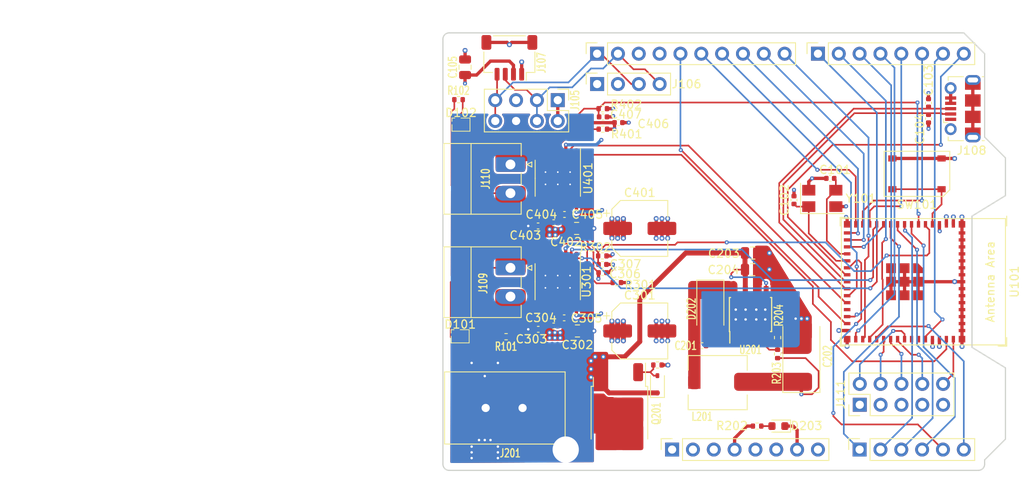
<source format=kicad_pcb>
(kicad_pcb (version 20221018) (generator pcbnew)
  (title_block (date "mar. 31 mars 2015"))
  (layers (0 "F.Cu" signal) (1 "In1.Cu" signal) (2 "In2.Cu" signal) (31 "B.Cu" signal) (34 "B.Paste" user) (35 "F.Paste" user) (36 "B.SilkS" user "B.Silkscreen") (37 "F.SilkS" user "F.Silkscreen") (38 "B.Mask" user) (39 "F.Mask" user) (44 "Edge.Cuts" user))
  (net 0 "")
  (net 1 "GND")
  (net 2 "/USB_D+")
  (net 3 "/USB_D-")
  (net 4 "Net-(U101-GPIO15{slash}ADC2_CH4{slash}XTAL_32K_P)")
  (net 5 "Vdrive")
  (net 6 "Net-(U101-GPIO16{slash}ADC2_CH5{slash}XTAL_32K_N)")
  (net 7 "/Output 1/VCP")
  (net 8 "/Output 1/CPL")
  (net 9 "/Output 1/CPH")
  (net 10 "/Out1-Vpropi")
  (net 11 "/Output 2/VCP")
  (net 12 "/Output 2/CPL")
  (net 13 "/Output 2/CPH")
  (net 14 "/Out2-Vpropi")
  (net 15 "Net-(D101-A1)")
  (net 16 "Net-(D102-A1)")
  (net 17 "Net-(D203-A)")
  (net 18 "/Power/gate")
  (net 20 "+3V3")
  (net 21 "/TMS")
  (net 23 "/scl")
  (net 24 "/sda")
  (net 25 "/def_direction_b")
  (net 26 "/def_direction_a")
  (net 27 "/def_pwm_b")
  (net 28 "/alt_direction_a")
  (net 29 "/def_brake_a")
  (net 30 "/def_brake_b")
  (net 31 "/def_sen_a")
  (net 32 "/def_sen_b")
  (net 33 "/alt_sen_a")
  (net 34 "/alt_sen_b")
  (net 35 "/def_fault_n_a")
  (net 36 "/def_fault_n_b")
  (net 37 "/alt_brake_a")
  (net 38 "/alt_brake_b")
  (net 39 "/alt_pwm_b")
  (net 40 "/alt_direction_b")
  (net 41 "/def_pwm_a")
  (net 42 "/alt_pwm_a")
  (net 43 "/alt_fault_n_b")
  (net 44 "/alt_fault_n_a")
  (net 45 "/Power/v_conn")
  (net 46 "/TCK")
  (net 47 "/TDO")
  (net 49 "/TDI")
  (net 50 "/~{SRST}")
  (net 56 "/Out1-Fault")
  (net 57 "/Out2-Fault")
  (net 58 "/BOOT_MODE")
  (net 59 "/Out1-IN1")
  (net 60 "/Out1-IN2")
  (net 61 "/Out2-IN2")
  (net 65 "/Out2-IN1")
  (net 68 "/trk1l")
  (net 69 "/trk2l")
  (net 70 "/trk1r")
  (net 71 "/trk2r")
  (net 72 "/Power/ph")
  (net 73 "/Power/boot")
  (net 74 "/Power/vsense")
  (footprint "Connector_PinSocket_2.54mm:PinSocket_1x08_P2.54mm_Vertical" (layer "F.Cu") (at 127.94 97.46 90)
    (fp_text reference "J101" hide)
    (fp_text value "Power")
  )
  (footprint "Connector_PinSocket_2.54mm:PinSocket_1x06_P2.54mm_Vertical" (layer "F.Cu") (at 150.8 97.46 90)
    (fp_text reference "J102" hide)
    (fp_text value "Analog")
  )
  (footprint "Connector_PinSocket_2.54mm:PinSocket_1x10_P2.54mm_Vertical" (layer "F.Cu") (at 118.796 49.2 90)
    (fp_text reference "J103" hide)
    (fp_text value "Digital/PWM")
  )
  (footprint "Connector_PinSocket_2.54mm:PinSocket_1x08_P2.54mm_Vertical" (layer "F.Cu") (at 145.72 49.2 90)
    (fp_text reference "J104" hide)
    (fp_text value "Digital/PWM")
  )
  (footprint "Connector_PinHeader_2.54mm:PinHeader_2x05_P2.54mm_Vertical" (layer "F.Cu") (at 150.82 92 90)
    (fp_text reference "J111")
    (fp_text value "JTAG")
  )
  (footprint "Resistor_SMD:R_0402_1005Metric" (layer "F.Cu") (at 119.5 58.4 180)
    (fp_text reference "R401")
    (fp_text value "47K")
  )
  (footprint "Capacitor_SMD:C_0805_2012Metric" (layer "F.Cu") (at 116.3 70.5)
    (fp_text reference "C402")
    (fp_text value "10uF")
  )
  (footprint "Capacitor_SMD:CP_Elec_6.3x7.7" (layer "F.Cu") (at 124 83)
    (fp_text reference "C301")
    (fp_text value "100uF")
  )
  (footprint "Capacitor_Tantalum_SMD:CP_EIA-7343-31_Kemet-D" (layer "F.Cu") (at 143.7 86.1 90)
    (fp_text reference "C202")
    (fp_text value "220uF")
  )
  (footprint "LED_SMD:LED_LiteOn_LTST-C295K_1.6x0.8mm" (layer "F.Cu") (at 102.1 83.65)
    (fp_text reference "D101")
    (fp_text value "18-225A")
  )
  (footprint "Capacitor_SMD:CP_Elec_6.3x7.7" (layer "F.Cu") (at 124 70.5)
    (fp_text reference "C401")
    (fp_text value "100uF")
  )
  (footprint "Capacitor_SMD:C_0402_1005Metric" (layer "F.Cu") (at 119.45 75.89)
    (fp_text reference "C306")
    (fp_text value "100nF")
  )
  (footprint "Resistor_SMD:R_0402_1005Metric" (layer "F.Cu") (at 140.8 85.8 -90)
    (fp_text reference "R203")
    (fp_text value "17K4")
  )
  (footprint "DCC-EX-Footprints:TS-1187A" (layer "F.Cu") (at 157.79 63.845 90)
    (fp_text reference "SW101")
    (fp_text value "FLASH")
  )
  (footprint "Resistor_SMD:R_0402_1005Metric" (layer "F.Cu") (at 126.16 87.15)
    (fp_text reference "R201" hide)
    (fp_text value "47K")
  )
  (footprint "Package_TO_SOT_SMD:TO-252-2" (layer "F.Cu") (at 121.52 93.065 -90)
    (fp_text reference "Q201")
    (fp_text value "AOD4185")
  )
  (footprint "DCC-EX-Footprints:DC-S050-200" (layer "F.Cu") (at 108.2 92.39 90)
    (fp_text reference "J201")
    (fp_text value "Barrel_Jack_MountingPin")
  )
  (footprint "Capacitor_SMD:C_0402_1005Metric" (layer "F.Cu") (at 113.5 69.8)
    (fp_text reference "C404")
    (fp_text value "100nF")
  )
  (footprint "Capacitor_SMD:C_0402_1005Metric" (layer "F.Cu") (at 147.22 64.4 180)
    (fp_text reference "C101")
    (fp_text value "20pF")
  )
  (footprint "Package_SO:TI_SO-PowerPAD-8_ThermalVias" (layer "F.Cu") (at 137.5 81 90)
    (fp_text reference "U201")
    (fp_text value "TPS5430DDA")
  )
  (footprint "Connector_PinSocket_2.54mm:PinSocket_1x04_P2.54mm_Vertical" (layer "F.Cu") (at 118.8 52.9 90)
    (fp_text reference "J106")
    (fp_text value "OLED")
  )
  (footprint "Resistor_SMD:R_0402_1005Metric" (layer "F.Cu") (at 119.49 55.9)
    (fp_text reference "R402")
    (fp_text value "1K24")
  )
  (footprint "PCM_Espressif:ESP32-S2-MINI-1" (layer "F.Cu") (at 156.28 77 -90)
    (fp_text reference "U101")
    (fp_text value "ESP32-S2-MINI-2")
  )
  (footprint "DCC-EX-Footprints:L_6.7x7.2_H5" (layer "F.Cu") (at 133.5 89.3)
    (fp_text reference "L201")
    (fp_text value "22uH")
  )
  (footprint "Capacitor_SMD:C_0805_2012Metric" (layer "F.Cu") (at 116.4 83)
    (fp_text reference "C302")
    (fp_text value "10uF")
  )
  (footprint "Resistor_SMD:R_0402_1005Metric" (layer "F.Cu") (at 140.8 83.81 -90)
    (fp_text reference "R204")
    (fp_text value "10K")
  )
  (footprint "Capacitor_SMD:C_0805_2012Metric" (layer "F.Cu") (at 102.7 50.85 90)
    (fp_text reference "C105")
    (fp_text value "22uF")
  )
  (footprint "Capacitor_SMD:C_0402_1005Metric" (layer "F.Cu") (at 159.2 55.2 90)
    (fp_text reference "C103")
    (fp_text value "20pF")
  )
  (footprint "Resistor_SMD:R_0402_1005Metric" (layer "F.Cu") (at 119.43 73.85)
    (fp_text reference "R302")
    (fp_text value "1K24")
  )
  (footprint "Crystal:Crystal_SMD_5032-4Pin_5.0x3.2mm" (layer "F.Cu") (at 146.25 66.84)
    (fp_text reference "Y101")
    (fp_text value "40Mhz")
  )
  (footprint "Capacitor_SMD:C_0805_2012Metric" (layer "F.Cu") (at 137.775 73.5)
    (fp_text reference "C203")
    (fp_text value "4.7uF")
  )
  (footprint "DCC-EX-Footprints:MountingHole_3.2mm" (layer "F.Cu") (at 115.24 49.2)
    (fp_text reference "MH1" hide)
    (fp_text value "MountingHole_3.2mm")
  )
  (footprint "Diode_SMD:D_SOD-323" (layer "F.Cu") (at 126.15 89.5 90)
    (fp_text reference "D201" hide)
    (fp_text value "10V" hide)
  )
  (footprint "Diode_SMD:D_SMA" (layer "F.Cu") (at 132.6 80.3 -90)
    (fp_text reference "D202")
    (fp_text value "B340A")
  )
  (footprint "Connector_Phoenix_MC:PhoenixContact_MC_1,5_2-G-3.5_1x02_P3.50mm_Horizontal" (layer "F.Cu") (at 108.2325 75.305 -90)
    (fp_text reference "J109")
    (fp_text value "MC 1,5/ 2-G-3,5")
  )
  (footprint "Capacitor_SMD:C_0402_1005Metric" (layer "F.Cu") (at 131.6 84.8 180)
    (fp_text reference "C201")
    (fp_text value "10nF")
  )
  (footprint "Capacitor_SMD:C_0805_2012Metric" (layer "F.Cu") (at 137.775 75.525)
    (fp_text reference "C204")
    (fp_text value "4.7uF")
  )
  (footprint "Capacitor_SMD:C_0402_1005Metric" (layer "F.Cu") (at 114.82 68.8 180)
    (fp_text reference "C405")
    (fp_text value "22nF")
  )
  (footprint "Resistor_SMD:R_0402_1005Metric" (layer "F.Cu") (at 121.2 77.1 180)
    (fp_text reference "R301")
    (fp_text value "47K")
  )
  (footprint "Connector_PinHeader_2.54mm:PinHeader_2x04_P2.54mm_Vertical" (layer "F.Cu") (at 114 54.86 -90)
    (fp_text reference "J105")
    (fp_text value "I2C")
  )
  (footprint "Connector_JST:JST_SH_SM04B-SRSS-TB_1x04-1MP_P1.00mm_Horizontal" (layer "F.Cu") (at 108.1 49.7 180)
    (fp_text reference "J107")
    (fp_text value "STEMMA QT")
  )
  (footprint "Connector_USB:USB_Micro-B_Molex-105017-0001" (layer "F.Cu") (at 163.3625 55.9 90)
    (fp_text reference "J108")
    (fp_text value "USB_B_Micro")
  )
  (footprint "Connector_Phoenix_MC:PhoenixContact_MC_1,5_2-G-3.5_1x02_P3.50mm_Horizontal" (layer "F.Cu") (at 108.2325 62.705 -90)
    (fp_text reference "J110")
    (fp_text value "MC 1,5/ 2-G-3,5")
  )
  (footprint "Capacitor_SMD:C_0402_1005Metric" (layer "F.Cu") (at 119.52 56.9)
    (fp_text reference "C407")
    (fp_text value "22nF")
  )
  (footprint "LED_SMD:LED_0603_1608Metric" (layer "F.Cu") (at 140.9 94.6 180)
    (fp_text reference "D203")
    (fp_text value "EMERALD")
  )
  (footprint "Capacitor_SMD:C_0402_1005Metric" (layer "F.Cu") (at 113.5 82.4)
    (fp_text reference "C304")
    (fp_text value "100nF")
  )
  (footprint "Package_SO:HTSSOP-16-1EP_4.4x5mm_P0.65mm_EP3.4x5mm_Mask2.46x2.31mm_ThermalVias" (layer "F.Cu") (at 113.995 76.9975 -90)
    (fp_text reference "U301")
    (fp_text value "DRV8874PWPR")
  )
  (footprint "Resistor_SMD:R_0402_1005Metric" (layer "F.Cu") (at 107.7 83.7)
    (fp_text reference "R101")
    (fp_text value "47K")
  )
  (footprint "Capacitor_SMD:C_0402_1005Metric" (layer "F.Cu") (at 142.8 67.04 90)
    (fp_text reference "C102")
    (fp_text value "20pF")
  )
  (footprint "Capacitor_SMD:C_0402_1005Metric" (layer "F.Cu") (at 121.4 57.6)
    (fp_text reference "C406")
    (fp_text value "100nF")
  )
  (footprint "LED_SMD:LED_LiteOn_LTST-C295K_1.6x0.8mm" (layer "F.Cu") (at 102.2 57.85)
    (fp_text reference "D102")
    (fp_text value "18-225A")
  )
  (footprint "Capacitor_SMD:C_0402_1005Metric" (layer "F.Cu") (at 114.78 81.4 180)
    (fp_text reference "C305")
    (fp_text value "22nF")
  )
  (footprint "DCC-EX-Footprints:MountingHole_3.2mm" (layer "F.Cu") (at 114.97 97.46)
    (fp_text reference "MH2" hide)
    (fp_text value "MountingHole_3.2mm")
  )
  (footprint "Resistor_SMD:R_0402_1005Metric" (layer "F.Cu") (at 101.9 54.8 180)
    (fp_text reference "R102")
    (fp_text value "47K")
  )
  (footprint "DCC-EX-Footprints:MountingHole_3.2mm" (layer "F.Cu") (at 166.04 64.44)
    (fp_text reference "MH3" hide)
    (fp_text value "MountingHole_3.2mm")
  )
  (footprint "DCC-EX-Footprints:MountingHole_3.2mm" (layer "F.Cu") (at 166.04 92.38)
    (fp_text reference "MH4" hide)
    (fp_text value "MountingHole_3.2mm")
  )
  (footprint "Resistor_SMD:R_0402_1005Metric" (layer "F.Cu") (at 138.3 94.6 180)
    (fp_text reference "R202")
    (fp_text value "47K")
  )
  (footprint "Package_SO:HTSSOP-16-1EP_4.4x5mm_P0.65mm_EP3.4x5mm_Mask2.46x2.31mm_ThermalVias" (layer "F.Cu") (at 114.005 64.3825 -90)
    (fp_text reference "U401")
    (fp_text value "DRV8874PWPR")
  )
  (footprint "Capacitor_SMD:C_0402_1005Metric" (layer "F.Cu") (at 111.62 82.8 180)
    (fp_text reference "C303")
    (fp_text value "100nF")
  )
  (footprint "Capacitor_SMD:C_0402_1005Metric" (layer "F.Cu") (at 111.6 70.2 180)
    (fp_text reference "C403")
    (fp_text value "100nF")
  )
  (footprint "Capacitor_SMD:C_0402_1005Metric" (layer "F.Cu") (at 159.2 57.12 -90)
    (fp_text reference "C104")
    (fp_text value "20pF")
  )
  (footprint "Capacitor_SMD:C_0402_1005Metric" (layer "F.Cu") (at 119.45 74.89)
    (fp_text reference "C307")
    (fp_text value "22nF")
  )
  (gr_line (start 166.04 59.36) (end 168.58 61.9) (stroke (width 0.15)) (layer "Edge.Cuts"))
  (gr_line (start 100 99.238) (end 100 47.422) (stroke (width 0.15)) (layer "Edge.Cuts"))
  (gr_line (start 164.5 69) (end 164.5 85) (stroke (width 0.15)) (layer "Edge.Cuts"))
  (gr_line (start 168.58 96.19) (end 168.58 87.5) (stroke (width 0.15)) (layer "Edge.Cuts"))
  (gr_line (start 165.278 100) (end 100.762 100) (stroke (width 0.15)) (layer "Edge.Cuts"))
  (gr_line (start 100.762 46.66) (end 163.5 46.66) (stroke (width 0.15)) (layer "Edge.Cuts"))
  (gr_line (start 164.5 69) (end 168.58 66.5) (stroke (width 0.15)) (layer "Edge.Cuts"))
  (gr_arc (start 100.762 100) (mid 100.223185 99.776815) (end 100 99.238) (stroke (width 0.15)) (layer "Edge.Cuts"))
  (gr_line (start 168.58 96.19) (end 166.04 98.73) (stroke (width 0.15)) (layer "Edge.Cuts"))
  (gr_line (start 168.58 61.9) (end 168.58 66.5) (stroke (width 0.15)) (layer "Edge.Cuts"))
  (gr_line (start 163.5 46.66) (end 166.04 49.2) (stroke (width 0.15)) (layer "Edge.Cuts"))
  (gr_arc (start 166.04 99.238) (mid 165.816815 99.776815) (end 165.278 100) (stroke (width 0.15)) (layer "Edge.Cuts"))
  (gr_line (start 164.5 85) (end 168.58 87.5) (stroke (width 0.15)) (layer "Edge.Cuts"))
  (gr_line (start 166.04 49.2) (end 166.04 59.36) (stroke (width 0.15)) (layer "Edge.Cuts"))
  (gr_line (start 166.04 98.73) (end 166.04 99.238) (stroke (width 0.15)) (layer "Edge.Cuts"))
  (gr_arc (start 100 47.422) (mid 100.223185 46.883185) (end 100.762 46.66) (stroke (width 0.15)) (layer "Edge.Cuts"))
  (segment (start 159.68 84) (end 159.68 84.88) (width 0.4) (layer "F.Cu") (net 1))
  (segment (start 161.9 55.25) (end 161.9 53.4) (width 0.4) (layer "F.Cu") (net 1))
  (segment (start 149.11 67.84) (end 149.15 67.8) (width 0.4) (layer "F.Cu") (net 1))
  (segment (start 119.93 74.89) (end 120.72 74.89) (width 0.4) (layer "F.Cu") (net 1))
  (segment (start 119.93 75.89) (end 120.22 75.89) (width 0.4) (layer "F.Cu") (net 1))
  (segment (start 162.37 61.97) (end 162.38 61.98) (width 0.4) (layer "F.Cu") (net 1))
  (segment (start 110.9 47.825) (end 108.375 47.825) (width 0.4) (layer "F.Cu") (net 1))
  (segment (start 147.9 67.84) (end 149.11 67.84) (width 0.4) (layer "F.Cu") (net 1))
  (segment (start 126.7 81.8) (end 126.7 84.2) (width 0.4) (layer "F.Cu") (net 1))
  (segment (start 148.28 82.95) (end 148.27 82.94) (width 0.4) (layer "F.Cu") (net 1))
  (segment (start 107.825 47.825) (end 108.1 48.1) (width 0.4) (layer "F.Cu") (net 1))
  (segment (start 120.72 74.89) (end 120.73 74.9) (width 0.4) (layer "F.Cu") (net 1))
  (segment (start 149.28 70) (end 149.28 69.23) (width 0.4) (layer "F.Cu") (net 1))
  (segment (start 126 81.8) (end 126 84.2) (width 0.4) (layer "F.Cu") (net 1))
  (segment (start 142.7 94.6) (end 143.18 95.08) (width 0.4) (layer "F.Cu") (net 1))
  (segment (start 160.79 61.97) (end 162.37 61.97) (width 0.4) (layer "F.Cu") (net 1))
  (segment (start 142.8 66.56) (end 142.8 65.8) (width 0.4) (layer "F.Cu") (net 1))
  (segment (start 156.28 75.35) (end 156.28 78.65) (width 0.4) (layer "F.Cu") (net 1))
  (segment (start 163.28 70) (end 163.28 84) (width 0.4) (layer "F.Cu") (net 1))
  (segment (start 145 64.4) (end 144.6 64.8) (width 0.4) (layer "F.Cu") (net 1))
  (segment (start 141.6875 94.6) (end 142.7 94.6) (width 0.4) (layer "F.Cu") (net 1))
  (segment (start 162.23 70) (end 162.23 69.1) (width 0.4) (layer "F.Cu") (net 1))
  (segment (start 160.53 84.88) (end 160.52 84.89) (width 0.4) (layer "F.Cu") (net 1))
  (segment (start 120 55.9) (end 120.75 55.9) (width 0.4) (layer "F.Cu") (net 1))
  (segment (start 126 69.3) (end 126 71.7) (width 0.4) (layer "F.Cu") (net 1))
  (segment (start 127.4 81.8) (end 127.4 84.2) (width 0.4) (layer "F.Cu") (net 1))
  (segment (start 154.63 75.35) (end 154.63 78.65) (width 0.4) (layer "F.Cu") (net 1))
  (segment (start 159.2 57.6) (end 159.2 58.35) (width 0.4) (layer "F.Cu") (net 1))
  (segment (start 109.6 51.7) (end 109.6 50.2) (width 0.4) (layer "F.Cu") (net 1))
  (segment (start 161.38 70) (end 161.38 69.09) (width 0.4) (layer "F.Cu") (net 1))
  (segment (start 146.74 64.4) (end 145 64.4) (width 0.4) (layer "F.Cu") (net 1))
  (segment (start 162.37 77) (end 162.38 76.99) (width 0.4) (layer "F.Cu") (net 1))
  (segment (start 102.7 49.9) (end 102.7 48.8) (width 0.4) (layer "F.Cu") (net 1))
  (segment (start 105.3 47.825) (end 107.825 47.825) (width 0.4) (layer "F.Cu") (net 1))
  (segment (start 120.487924 73.85) (end 120.687924 73.65) (width 0.4) (layer "F.Cu") (net 1))
  (segment (start 154.63 77) (end 157.93 77) (width 0.4) (layer "F.Cu") (net 1))
  (segment (start 119.94 73.85) (end 120.487924 73.85) (width 0.4) (layer "F.Cu") (net 1))
  (segment (start 149.28 82.95) (end 148.28 82.95) (width 0.4) (layer "F.Cu") (net 1))
  (segment (start 120.22 75.89) (end 120.76 75.35) (width 0.4) (layer "F.Cu") (net 1))
  (segment (start 164.6 52.4) (end 164.6 59.4) (width 0.4) (layer "F.Cu") (net 1))
  (segment (start 163.28 70) (end 163.28 69.11) (width 0.4) (layer "F.Cu") (net 1))
  (segment (start 121.88 57.6) (end 122.65 57.6) (width 0.4) (layer "F.Cu") (net 1))
  (segment (start 157.93 77) (end 162.37 77) (width 0.4) (layer "F.Cu") (net 1))
  (segment (start 157.93 75.35) (end 157.93 78.65) (width 0.4) (layer "F.Cu") (net 1))
  (segment (start 159.68 84.88) (end 159.7 84.9) (width 0.4) (layer "F.Cu") (net 1))
  (segment (start 162.39 77) (end 162.38 76.99) (width 0.4) (layer "F.Cu") (net 1))
  (segment (start 126.67 87.15) (end 127.42 87.15) (width 0.4) (layer "F.Cu") (net 1))
  (segment (start 149.28 84) (end 149.28 84.87) (width 0.4) (layer "F.Cu") (net 1))
  (segment (start 149.28 84.87) (end 149.27 84.88) (width 0.4) (layer "F.Cu") (net 1))
  (segment (start 143.18 95.08) (end 143.18 97.46) (width 0.4) (layer "F.Cu") (net 1))
  (segment (start 144.6 64.8) (end 144.6 65.84) (width 0.4) (layer "F.Cu") (net 1))
  (segment (start 108.375 47.825) (end 108.1 48.1) (width 0.4) (layer "F.Cu") (net 1))
  (segment (start 163.28 77) (end 162.39 77) (width 0.4) (layer "F.Cu") (net 1))
  (segment (start 163.28 84.89) (end 163.29 84.9) (width 0.4) (layer "F.Cu") (net 1))
  (segment (start 126.7 69.3) (end 126.7 71.7) (width 0.4) (layer "F.Cu") (net 1))
  (segment (start 163.28 84) (end 163.28 84.89) (width 0.4) (layer "F.Cu") (net 1))
  (segment (start 127.4 69.3) (end 127.4 71.7) (width 0.4) (layer "F.Cu") (net 1))
  (segment (start 163.28 69.11) (end 163.27 69.1) (width 0.4) (layer "F.Cu") (net 1))
  (segment (start 161.38 69.09) (end 161.37 69.08) (width 0.4) (layer "F.Cu") (net 1))
  (segment (start 159.2 54.72) (end 159.2 54) (width 0.4) (layer "F.Cu") (net 1))
  (segment (start 127.42 87.15) (end 127.43 87.16) (width 0.4) (layer "F.Cu") (net 1))
  (segment (start 154.79 61.97) (end 160.79 61.97) (width 0.4) (layer "F.Cu") (net 1))
  (segment (start 160.53 84) (end 160.53 84.88) (width 0.4) (layer "F.Cu") (net 1))
  (segment (start 120 56.9) (end 120.65 56.9) (width 0.4) (layer "F.Cu") (net 1))
  (segment (start 149.28 69.23) (end 149.15 69.1) (width 0.4) (layer "F.Cu") (net 1))
  (segment (start 120.65 56.9) (end 120.75 56.8) (width 0.4) (layer "F.Cu") (net 1))
  (via (at 162.38 76.99) (size 0.6) (drill 0.3) (layers "F.Cu" "B.Cu") (net 1))
  (via (at 145 64.4) (size 0.5) (drill 0.2) (layers "F.Cu" "B.Cu") (net 1))
  (via (at 127.4 69.3) (size 0.6) (drill 0.3) (layers "F.Cu" "B.Cu") (net 1))
  (via (at 126 69.3) (size 0.6) (drill 0.3) (layers "F.Cu" "B.Cu") (net 1))
  (via (at 126.7 71.7) (size 0.6) (drill 0.3) (layers "F.Cu" "B.Cu") (net 1))
  (via (at 143 81.5) (size 0.6) (drill 0.3) (layers "F.Cu" "B.Cu") (net 1))
  (via (at 102.7 48.8) (size 0.6) (drill 0.3) (layers "F.Cu" "B.Cu") (net 1))
  (via (at 108.1 48.1) (size 0.6) (drill 0.3) (layers "F.Cu" "B.Cu") (net 1))
  (via (at 127.4 71.7) (size 0.6) (drill 0.3) (layers "F.Cu" "B.Cu") (net 1))
  (via (at 148.27 82.94) (size 0.6) (drill 0.3) (layers "F.Cu" "B.Cu") (net 1))
  (via (at 142.8 65.8) (size 0.5) (drill 0.2) (layers "F.Cu" "B.Cu") (net 1))
  (via (at 126 81.8) (size 0.6) (drill 0.3) (layers "F.Cu" "B.Cu") (net 1))
  (via (at 103.5 97.1) (size 0.6) (drill 0.3) (layers "F.Cu" "B.Cu") (net 1))
  (via (at 127.4 84.2) (size 0.6) (drill 0.3) (layers "F.Cu" "B.Cu") (net 1))
  (via (at 120.73 74.9) (size 0.5) (drill 0.2) (layers "F.Cu" "B.Cu") (net 1))
  (via (at 103.5 98.5) (size 0.6) (drill 0.3) (layers "F.Cu" "B.Cu") (net 1))
  (via (at 139.8 73.5) (size 0.6) (drill 0.3) (layers "F.Cu" "B.Cu") (net 1))
  (via (at 105.1 88.5) (size 0.6) (drill 0.3) (layers "F.Cu" "B.Cu") (net 1))
  (via (at 126 84.2) (size 0.6) (drill 0.3) (layers "F.Cu" "B.Cu") (net 1))
  (via (at 105.1 96.3) (size 0.6) (drill 0.3) (layers "F.Cu" "B.Cu") (net 1))
  (via (at 120.687924 73.65) (size 0.5) (drill 0.2) (layers "F.Cu" "B.Cu") (net 1))
  (via (at 149.15 69.1) (size 0.5) (drill 0.2) (layers "F.Cu" "B.Cu") (net 1))
  (via (at 103.5 97.8) (size 0.6) (drill 0.3) (layers "F.Cu" "B.Cu") (net 1))
  (via (at 106.7 97.8) (size 0.6) (drill 0.3) (layers "F.Cu" "B.Cu") (net 1))
  (via (at 163.27 69.1) (size 0.6) (drill 0.3) (layers "F.Cu" "B.Cu") (net 1))
  (via (at 104.4 96.3) (size 0.6) (drill 0.3) (layers "F.Cu" "B.Cu") (net 1))
  (via (at 106.7 97.1) (size 0.6) (drill 0.3) (layers "F.Cu" "B.Cu") (net 1))
  (via (at 143.7 81.5) (size 0.6) (drill 0.3) (layers "F.Cu" "B.Cu") (net 1))
  (via (at 149.15 67.8) (size 0.5) (drill 0.2) (layers "F.Cu" "B.Cu") (net 1))
  (via (at 162.38 61.98) (size 0.6) (drill 0.3) (layers "F.Cu" "B.Cu") (net 1))
  (via (at 163.29 84.9) (size 0.6) (drill 0.3) (layers "F.Cu" "B.Cu") (net 1))
  (via (at 159.7 84.9) (size 0.6) (drill 0.3) (layers "F.Cu" "B.Cu") (net 1))
  (via (at 126 71.7) (size 0.6) (drill 0.3) (layers "F.Cu" "B.Cu") (net 1))
  (via (at 120.75 56.8) (size 0.5) (drill 0.2) (layers "F.Cu" "B.Cu") (net 1))
  (via (at 103.5 86.9) (size 0.6) (drill 0.3) (layers "F.Cu" "B.Cu") (net 1))
  (via (at 120.76 75.35) (size 0.5) (drill 0.2) (layers "F.Cu" "B.Cu") (net 1))
  (via (at 110.4 70.2) (size 0.6) (drill 0.3) (layers "F.Cu" "B.Cu") (net 1))
  (via (at 126.7 69.3) (size 0.6) (drill 0.3) (layers "F.Cu" "B.Cu") (net 1))
  (via (at 105.8 96.3) (size 0.6) (drill 0.3) (layers "F.Cu" "B.Cu") (net 1))
  (via (at 161.37 69.08) (size 0.6) (drill 0.3) (layers "F.Cu" "B.Cu") (net 1))
  (via (at 122.65 57.6) (size 0.5) (drill 0.2) (layers "F.Cu" "B.Cu") (net 1))
  (via (at 127.43 87.16) (size 0.6) (drill 0.3) (layers "F.Cu" "B.Cu") (net 1))
  (via (at 120.75 55.9) (size 0.5) (drill 0.2) (layers "F.Cu" "B.Cu") (net 1))
  (via (at 139.8 75.5) (size 0.6) (drill 0.3) (layers "F.Cu" "B.Cu") (net 1))
  (via (at 126.7 81.8) (size 0.6) (drill 0.3) (layers "F.Cu" "B.Cu") (net 1))
  (via (at 159.2 54) (size 0.5) (drill 0.2) (layers "F.Cu" "B.Cu") (net 1))
  (via (at 118.4 70.5) (size 0.6) (drill 0.3) (layers "F.Cu" "B.Cu") (net 1))
  (via (at 127.4 81.8) (size 0.6) (drill 0.3) (layers "F.Cu" "B.Cu") (net 1))
  (via (at 126.7 84.2) (size 0.6) (drill 0.3) (layers "F.Cu" "B.Cu") (net 1))
  (via (at 149.27 84.88) (size 0.6) (drill 0.3) (layers "F.Cu" "B.Cu") (net 1))
  (via (at 106.7 98.5) (size 0.6) (drill 0.3) (layers "F.Cu" "B.Cu") (net 1))
  (via (at 118.4 83) (size 0.6) (drill 0.3) (layers "F.Cu" "B.Cu") (net 1))
  (via (at 110.4 82.8) (size 0.6) (drill 0.3) (layers "F.Cu" "B.Cu") (net 1))
  (via (at 162.23 69.1) (size 0.6) (drill 0.3) (layers "F.Cu" "B.Cu") (net 1))
  (via (at 144.4 81.5) (size 0.6) (drill 0.3) (layers "F.Cu" "B.Cu") (net 1))
  (via (at 160.52 84.89) (size 0.6) (drill 0.3) (layers "F.Cu" "B.Cu") (net 1))
  (via (at 106.7 86.9) (size 0.6) (drill 0.3) (layers "F.Cu" "B.Cu") (net 1))
  (via (at 109.6 50.2) (size 0.6) (drill 0.3) (layers "F.Cu" "B.Cu") (net 1))
  (via (at 159.2 58.35) (size 0.5) (drill 0.2) (layers "F.Cu" "B.Cu") (net 1))
  (segment (start 141 69.77) (end 149.08 77.85) (width 0.2) (layer "F.Cu") (net 2))
  (segment (start 149.08 77.85) (end 149.28 77.85) (width 0.2) (layer "F.Cu") (net 2))
  (segment (start 161.9 55.9) (end 150.0818 55.9) (width 0.2) (layer "F.Cu") (net 2))
  (segment (start 150.0818 55.9) (end 141 64.9818) (width 0.2) (layer "F.Cu") (net 2))
  (segment (start 141 64.9818) (end 141 69.77) (width 0.2) (layer "F.Cu") (net 2))
  (segment (start 141.5 69.42) (end 149.08 77) (width 0.2) (layer "F.Cu") (net 3))
  (segment (start 160.887499 56.55) (end 160.787499 56.45) (width 0.2) (layer "F.Cu") (net 3))
  (segment (start 150.1682 56.45) (end 141.5 65.1182) (width 0.2) (layer "F.Cu") (net 3))
  (segment (start 141.5 65.1182) (end 141.5 69.42) (width 0.2) (layer "F.Cu") (net 3))
  (segment (start 149.08 77) (end 149.28 77) (width 0.2) (layer "F.Cu") (net 3))
  (segment (start 160.787499 56.45) (end 150.1682 56.45) (width 0.2) (layer "F.Cu") (net 3))
  (segment (start 161.9 56.55) (end 160.887499 56.55) (width 0.2) (layer "F.Cu") (net 3))
  (segment (start 146.8 72) (end 148.4 73.6) (width 0.2) (layer "F.Cu") (net 4))
  (segment (start 146.8 66.94) (end 146.8 72) (width 0.2) (layer "F.Cu") (net 4))
  (segment (start 147.9 65.84) (end 146.8 66.94) (width 0.2) (layer "F.Cu") (net 4))
  (segment (start 147.9 65.84) (end 147.9 64.6) (width 0.2) (layer "F.Cu") (net 4))
  (segment (start 148.4 73.6) (end 149.28 73.6) (width 0.2) (layer "F.Cu") (net 4))
  (segment (start 147.9 64.6) (end 147.7 64.4) (width 0.2) (layer "F.Cu") (net 4))
  (segment (start 122 81.8) (end 122 84.2) (width 0.6) (layer "F.Cu") (net 5))
  (segment (start 120.25 90.55) (end 126.15 90.55) (width 0.6) (layer "F.Cu") (net 5))
  (segment (start 135.15 76) (end 135.625 75.525) (width 0.2) (layer "F.Cu") (net 5))
  (segment (start 113.025 82.255) (end 113.05 82.28) (width 0.6) (layer "F.Cu") (net 5))
  (segment (start 120.6 71.681077) (end 120.605046 71.686123) (width 0.6) (layer "F.Cu") (net 5))
  (segment (start 120.6 81.8) (end 120.6 84.2) (width 0.6) (layer "F.Cu") (net 5))
  (segment (start 135.15 76.45) (end 135.15 76) (width 0.2) (layer "F.Cu") (net 5))
  (segment (start 121.3 69.3) (end 121.3 71.7) (width 0.6) (layer "F.Cu") (net 5))
  (segment (start 139.405 78.3) (end 139.405 77.155004) (width 0.2) (layer "F.Cu") (net 5))
  (segment (start 113.025 79.8625) (end 113.025 82.255) (width 0.4) (layer "F.Cu") (net 5))
  (segment (start 136.865 78.3) (end 136.865 76.04) (width 0.6) (layer "F.Cu") (net 5))
  (segment (start 113.025 69.655) (end 113.05 69.68) (width 0.6) (layer "F.Cu") (net 5))
  (segment (start 136.865 76.04) (end 136.825 76) (width 0.6) (layer "F.Cu") (net 5))
  (segment (start 119.245 89.545) (end 120.25 90.55) (width 0.6) (layer "F.Cu") (net 5))
  (segment (start 136.825 76) (end 136.825 73.5) (width 0.6) (layer "F.Cu") (net 5))
  (segment (start 136.825 73.5) (end 129.6 73.5) (width 0.6) (layer "F.Cu") (net 5))
  (segment (start 121.3 81.8) (end 121.3 84.2) (width 0.6) (layer "F.Cu") (net 5))
  (segment (start 122 69.3) (end 122 71.7) (width 0.6) (layer "F.Cu") (net 5))
  (segment (start 113.025 67.2625) (end 113.025 69.655) (width 0.4) (layer "F.Cu") (net 5))
  (segment (start 135.625 75.525) (end 136.825 75.525) (width 0.2) (layer "F.Cu") (net 5))
  (segment (start 124 84.3) (end 122.15 86.15) (width 0.6) (layer "F.Cu") (net 5))
  (segment (start 120.6 69.3) (end 120.6 71.681077) (width 0.6) (layer "F.Cu") (net 5))
  (segment (start 119.245 88.025) (end 119.245 89.545) (width 0.6) (layer "F.Cu") (net 5))
  (segment (start 139.405 77.155004) (end 139.399998 77.150002) (width 0.2) (layer "F.Cu") (net 5))
  (segment (start 122.15 86.15) (end 119.55 86.15) (width 0.6) (layer "F.Cu") (net 5))
  (segment (start 124 79.1) (end 124 84.3) (width 0.6) (layer "F.Cu") (net 5))
  (segment (start 129.6 73.5) (end 124 79.1) (width 0.6) (layer "F.Cu") (net 5))
  (via (at 122 69.3) (size 0.6) (drill 0.3) (layers "F.Cu" "B.Cu") (net 5))
  (via (at 118.05 87.65) (size 0.6) (drill 0.3) (layers "F.Cu" "B.Cu") (net 5))
  (via (at 122 71.7) (size 0.6) (drill 0.3) (layers "F.Cu" "B.Cu") (net 5))
  (via (at 118.55 86.15) (size 0.6) (drill 0.3) (layers "F.Cu" "B.Cu") (net 5))
  (via (at 114.3 83.85) (size 0.6) (drill 0.3) (layers "F.Cu" "B.Cu") (net 5))
  (via (at 114.4 70.6) (size 0.6) (drill 0.3) (layers "F.Cu" "B.Cu") (net 5))
  (via (at 113 70.6) (size 0.6) (drill 0.3) (layers "F.Cu" "B.Cu") (net 5))
  (via (at 113 83.85) (size 0.6) (drill 0.3) (layers "F.Cu" "B.Cu") (net 5))
  (via (at 121.3 81.8) (size 0.6) (drill 0.3) (layers "F.Cu" "B.Cu") (net 5))
  (via (at 121.3 71.7) (size 0.6) (drill 0.3) (layers "F.Cu" "B.Cu") (net 5))
  (via (at 113.7 71.3) (size 0.6) (drill 0.3) (layers "F.Cu" "B.Cu") (net 5))
  (via (at 120.6 84.2) (size 0.6) (drill 0.3) (layers "F.Cu" "B.Cu") (net 5))
  (via (at 114.3 83.2) (size 0.6) (drill 0.3) (layers "F.Cu" "B.Cu") (net 5))
  (via (at 122 84.2) (size 0.6) (drill 0.3) (layers "F.Cu" "B.Cu") (net 5))
  (via (at 118.05 88.65) (size 0.6) (drill 0.3) (layers "F.Cu" "B.Cu") (net 5))
  (via (at 113 83.2) (size 0.6) (drill 0.3) (layers "F.Cu" "B.Cu") (net 5))
  (via (at 113.65 83.85) (size 0.6) (drill 0.3) (layers "F.Cu" "B.Cu") (net 5))
  (via (at 113.7 70.6) (size 0.6) (drill 0.3) (layers "F.Cu" "B.Cu") (net 5))
  (via (at 120.605046 71.686123) (size 0.6) (drill 0.3) (layers "F.Cu" "B.Cu") (net 5))
  (via (at 139.399998 77.150002) (size 0.5) (drill 0.2) (layers "F.Cu" "B.Cu") (net 5))
  (via (at 121.3 69.3) (size 0.6) (drill 0.3) (layers "F.Cu" "B.Cu") (net 5))
  (via (at 120.6 69.3) (size 0.6) (drill 0.3) (layers "F.Cu" "B.Cu") (net 5))
  (via (at 120.6 81.8) (size 0.6) (drill 0.3) (layers "F.Cu" "B.Cu") (net 5))
  (via (at 121.3 84.2) (size 0.6) (drill 0.3) (layers "F.Cu" "B.Cu") (net 5))
  (via (at 118.05 86.65) (size 0.6) (drill 0.3) (layers "F.Cu" "B.Cu") (net 5))
  (via (at 122 81.8) (size 0.6) (drill 0.3) (layers "F.Cu" "B.Cu") (net 5))
  (via (at 119.55 86.15) (size 0.6) (drill 0.3) (layers "F.Cu" "B.Cu") (net 5))
  (via (at 113 71.3) (size 0.6) (drill 0.3) (layers "F.Cu" "B.Cu") (net 5))
  (via (at 113.65 83.2) (size 0.6) (drill 0.3) (layers "F.Cu" "B.Cu") (net 5))
  (via (at 135.15 76.45) (size 0.5) (drill 0.2) (layers "F.Cu" "B.Cu") (net 5))
  (segment (start 138.699996 76.45) (end 135.15 76.45) (width 0.2) (layer "B.Cu") (net 5))
  (segment (start 139.399998 77.150002) (end 138.699996 76.45) (width 0.2) (layer "B.Cu") (net 5))
  (segment (start 144.6 67.84) (end 144.6 71.104314) (width 0.2) (layer "F.Cu") (net 6))
  (segment (start 144.6 67.84) (end 143.12 67.84) (width 0.2) (layer "F.Cu") (net 6))
  (segment (start 144.6 71.104314) (end 147.945686 74.45) (width 0.2) (layer "F.Cu") (net 6))
  (segment (start 143.12 67.84) (end 142.8 67.52) (width 0.2) (layer "F.Cu") (net 6))
  (segment (start 147.945686 74.45) (end 149.28 74.45) (width 0.2) (layer "F.Cu") (net 6))
  (segment (start 114.01 82.28) (end 113.675 81.645) (width 0.2) (layer "F.Cu") (net 7))
  (segment (start 113.675 79.8625) (end 113.675 81.645) (width 0.2) (layer "F.Cu") (net 7))
  (segment (start 115.29 81.024878) (end 115.29 81.36) (width 0.2) (layer "F.Cu") (net 8))
  (segment (start 114.975 79.8625) (end 114.975 80.709878) (width 0.2) (layer "F.Cu") (net 8))
  (segment (start 114.975 80.709878) (end 115.29 81.024878) (width 0.2) (layer "F.Cu") (net 8))
  (segment (start 114.325 81.285) (end 114.4 81.36) (width 0.2) (layer "F.Cu") (net 9))
  (segment (start 114.325 79.8625) (end 114.325 81.285) (width 0.2) (layer "F.Cu") (net 9))
  (segment (start 158.83 70.2) (end 159.3 70.67) (width 0.2) (layer "F.Cu") (net 10))
  (segment (start 117.081372 71.55) (end 118.92 73.388628) (width 0.2) (layer "F.Cu") (net 10))
  (segment (start 159 73.8) (end 154.100002 73.8) (width 0.2) (layer "F.Cu") (net 10))
  (segment (start 158.83 70) (end 158.83 70.2) (width 0.2) (layer "F.Cu") (net 10))
  (segment (start 114.440812 71.55) (end 117.081372 71.55) (width 0.2) (layer "F.Cu") (net 10))
  (segment (start 159.3 73.5) (end 159 73.8) (width 0.2) (layer "F.Cu") (net 10))
  (segment (start 119.822894 72.5) (end 118.92 73.402894) (width 0.2) (layer "F.Cu") (net 10))
  (segment (start 159.3 70.67) (end 159.3 73.5) (width 0.2) (layer "F.Cu") (net 10))
  (segment (start 128.6 72.2) (end 128.3 72.5) (width 0.2) (layer "F.Cu") (net 10))
  (segment (start 134.6 72.2) (end 128.6 72.2) (width 0.2) (layer "F.Cu") (net 10))
  (segment (start 128.3 72.5) (end 119.822894 72.5) (width 0.2) (layer "F.Cu") (net 10))
  (segment (start 118.92 73.388628) (end 118.92 73.402894) (width 0.2) (layer "F.Cu") (net 10))
  (segment (start 118.92 73.402894) (end 118.92 73.85) (width 0.2) (layer "F.Cu") (net 10))
  (segment (start 113.02 74.135) (end 113.02 72.970812) (width 0.2) (layer "F.Cu") (net 10))
  (segment (start 118.92 74.84) (end 118.97 74.89) (width 0.2) (layer "F.Cu") (net 10))
  (segment (start 118.92 73.85) (end 118.92 74.84) (width 0.2) (layer "F.Cu") (net 10))
  (segment (start 113.02 72.970812) (end 114.440812 71.55) (width 0.2) (layer "F.Cu") (net 10))
  (via (at 134.6 72.2) (size 0.5) (drill 0.2) (layers "F.Cu" "B.Cu") (net 10))
  (via (at 154.100002 73.8) (size 0.5) (drill 0.2) (layers "F.Cu" "B.Cu") (net 10))
  (segment (start 146.637954 72.2) (end 150.137954 75.7) (width 0.2) (layer "B.Cu") (net 10))
  (segment (start 134.6 72.2) (end 146.637954 72.2) (width 0.2) (layer "B.Cu") (net 10))
  (segment (start 152.200002 75.7) (end 154.100002 73.8) (width 0.2) (layer "B.Cu") (net 10))
  (segment (start 150.137954 75.7) (end 152.200002 75.7) (width 0.2) (layer "B.Cu") (net 10))
  (segment (start 114.01 69.68) (end 113.675 68.985) (width 0.2) (layer "F.Cu") (net 11))
  (segment (start 113.675 67.2625) (end 113.675 68.985) (width 0.2) (layer "F.Cu") (net 11))
  (segment (start 114.975 67.2625) (end 114.975 68.109878) (width 0.2) (layer "F.Cu") (net 12))
  (segment (start 115.36 68.494878) (end 115.36 68.76) (width 0.2) (layer "F.Cu") (net 12))
  (segment (start 114.975 68.109878) (end 115.36 68.494878) (width 0.2) (layer "F.Cu") (net 12))
  (segment (start 114.325 67.2625) (end 114.325 68.685) (width 0.2) (layer "F.Cu") (net 13))
  (segment (start 114.325 68.685) (end 114.4 68.76) (width 0.2) (layer "F.Cu") (net 13))
  (segment (start 118.98 55.9) (end 119.73 55.15) (width 0.2) (layer "F.Cu") (net 14))
  (segment (start 113.03 60.07797) (end 117.20797 55.9) (width 0.2) (layer "F.Cu") (net 14))
  (segment (start 117.20797 55.9) (end 118.98 55.9) (width 0.2) (layer "F.Cu") (net 14))
  (segment (start 118.98 56.84) (end 119.04 56.9) (width 0.2) (layer "F.Cu") (net 14))
  (segment (start 113.03 61.52) (end 113.03 60.07797) (width 0.2) (layer "F.Cu") (net 14))
  (segment (start 119.73 55.15) (end 157.85 55.15) (width 0.2) (layer "F.Cu") (net 14))
  (segment (start 118.98 55.9) (end 118.98 56.84) (width 0.2) (layer "F.Cu") (net 14))
  (segment (start 157.99 68.72) (end 157.99 69.99) (width 0.2) (layer "F.Cu") (net 14))
  (segment (start 157.99 69.99) (end 157.98 70) (width 0.2) (layer "F.Cu") (net 14))
  (via (at 157.85 55.15) (size 0.5) (drill 0.2) (layers "F.Cu" "B.Cu") (net 14))
  (via (at 157.99 68.72) (size 0.5) (drill 0.2) (layers "F.Cu" "B.Cu") (net 14))
  (segment (start 157.85 68.58) (end 157.85 55.15) (width 0.2) (layer "B.Cu") (net 14))
  (segment (start 157.99 68.72) (end 157.85 68.58) (width 0.2) (layer "B.Cu") (net 14))
  (segment (start 104.2 83.7) (end 107.19 83.7) (width 0.2) (layer "F.Cu") (net 15))
  (segment (start 101.5 83.3) (end 102 82.8) (width 0.2) (layer "F.Cu") (net 15))
  (segment (start 103.9 84) (end 104.2 83.7) (width 0.2) (layer "F.Cu") (net 15))
  (segment (start 103.3 82.8) (end 104.2 83.7) (width 0.2) (layer "F.Cu") (net 15))
  (segment (start 102.7 84) (end 103.9 84) (width 0.2) (layer "F.Cu") (net 15))
  (segment (start 102 82.8) (end 103.3 82.8) (width 0.2) (layer "F.Cu") (net 15))
  (segment (start 102.35 58.2) (end 102.8 58.2) (width 0.2) (layer "F.Cu") (net 16))
  (segment (start 101.6 57.1) (end 102.41 56.29) (width 0.2) (layer "F.Cu") (net 16))
  (segment (start 102 57.5) (end 102.2 57.7) (width 0.2) (layer "F.Cu") (net 16))
  (segment (start 102.2 58.05) (end 102.35 58.2) (width 0.2) (layer "F.Cu") (net 16))
  (segment (start 102.2 57.7) (end 102.2 58.05) (width 0.2) (layer "F.Cu") (net 16))
  (segment (start 101.6 57.5) (end 102 57.5) (width 0.2) (layer "F.Cu") (net 16))
  (segment (start 102.41 56.29) (end 102.41 54.8) (width 0.2) (layer "F.Cu") (net 16))
  (segment (start 101.6 57.5) (end 101.6 57.1) (width 0.2) (layer "F.Cu") (net 16))
  (segment (start 138.81 94.6) (end 140.1125 94.6) (width 0.2) (layer "F.Cu") (net 17))
  (segment (start 125.65 87.65) (end 125.275 88.025) (width 0.2) (layer "F.Cu") (net 18))
  (segment (start 125.7 88.45) (end 126.15 88.45) (width 0.2) (layer "F.Cu") (net 18))
  (segment (start 125.275 88.025) (end 125.7 88.45) (width 0.2) (layer "F.Cu") (net 18))
  (segment (start 125.65 87.15) (end 125.65 87.65) (width 0.2) (layer "F.Cu") (net 18))
  (segment (start 125.275 88.025) (end 123.805 88.025) (width 0.2) (layer "F.Cu") (net 18))
  (segment (start 160.53 70) (end 160.53 70.804246) (width 0.4) (layer "F.Cu") (net 20))
  (segment (start 113.68 61.52) (end 113.68 60.135076) (width 0.4) (layer "F.Cu") (net 20))
  (segment (start 114.97 72.97) (end 114.95 72.95) (width 0.4) (layer "F.Cu") (net 20))
  (segment (start 104.1 51.8) (end 105.8 50.1) (width 0.4) (layer "F.Cu") (net 20))
  (segment (start 108.1 50.1) (end 108.6 50.6) (width 0.4) (layer "F.Cu") (net 20))
  (segment (start 118.35 75.27) (end 118.97 75.89) (width 0.2) (layer "F.Cu") (net 20))
  (segment (start 118.35 73.384314) (end 118.35 75.27) (width 0.2) (layer "F.Cu") (net 20))
  (segment (start 143.7 89.2125) (end 143.7 90.72) (width 0.4) (layer "F.Cu") (net 20))
  (segment (start 160.53 70.804246) (end 160.565754 70.84) (width 0.4) (layer "F.Cu") (net 20))
  (segment (start 113.67 72.886497) (end 114.606497 71.95) (width 0.2) (layer "F.Cu") (net 20))
  (segment (start 102.7 52.8) (end 102.69 52.83) (width 0.4) (layer "F.Cu") (net 20))
  (segment (start 102.7 51.8) (end 104.1 51.8) (width 0.4) (layer "F.Cu") (net 20))
  (segment (start 121.71 77.1) (end 122.6 77.1) (width 0.4) (layer "F.Cu") (net 20))
  (segment (start 120.01 58.4) (end 120.9 58.4) (width 0.4) (layer "F.Cu") (net 20))
  (segment (start 135.56 97.46) (end 135.56 96.09) (width 0.4) (layer "F.Cu") (net 20))
  (segment (start 116.27 79.86) (end 116.27 81.1) (width 0.4) (layer "F.Cu") (net 20))
  (segment (start 120.92 58.38) (end 120.9 58.4) (width 0.4) (layer "F.Cu") (net 20))
  (segment (start 113.675 57.725) (end 114 57.4) (width 0.4) (layer "F.Cu") (net 20))
  (segment (start 114 54.86) (end 114 57.4) (width 0.4) (layer "F.Cu") (net 20))
  (segment (start 114.98 61.52) (end 114.98 60.32) (width 0.4) (layer "F.Cu") (net 20))
  (segment (start 113.67 74.135) (end 113.67 72.886497) (width 0.2) (layer "F.Cu") (net 20))
  (segment (start 105.8 50.1) (end 108.1 50.1) (width 0.4) (layer "F.Cu") (net 20))
  (segment (start 144.21 86.31) (end 145.8 87.9) (width 0.2) (layer "F.Cu") (net 20))
  (segment (start 137.05 94.6) (end 137.79 94.6) (width 0.4) (layer "F.Cu") (net 20))
  (segment (start 116.28 67.245) (end 116.28 68.48) (width 0.4) (layer "F.Cu") (net 20))
  (segment (start 114.97 74.135) (end 114.97 72.97) (width 0.4) (layer "F.Cu") (net 20))
  (segment (start 118.97 75.89) (end 118.97 76.63) (width 0.4) (layer "F.Cu") (net 20))
  (segment (start 102.69 52.83) (end 102.7 51.8) (width 0.4) (layer "F.Cu") (net 20))
  (segment (start 116.915686 71.95) (end 118.35 73.384314) (width 0.2) (layer "F.Cu") (net 20))
  (segment (start 135.56 96.09) (end 137.05 94.6) (width 0.4) (layer "F.Cu") (net 20))
  (segment (start 114.98 60.32) (end 115 60.3) (width 0.4) (layer "F.Cu") (net 20))
  (segment (start 116.205076 57.61) (end 120.91 57.61) (width 0.4) (layer "F.Cu") (net 20))
  (segment (start 108.6 50.6) (end 108.6 51.7) (width 0.4) (layer "F.Cu") (net 20))
  (segment (start 118.97 76.63) (end 118.95 76.65) (width 0.4) (layer "F.Cu") (net 20))
  (segment (start 114.606497 71.95) (end 116.915686 71.95) (width 0.2) (layer "F.Cu") (net 20))
  (segment (start 140.8 86.31) (end 144.21 86.31) (width 0.2) (layer "F.Cu") (net 20))
  (segment (start 145.8 87.9) (end 145.8 89.91) (width 0.2) (layer "F.Cu") (net 20))
  (segment (start 120.91 57.61) (end 120.92 57.6) (width 0.4) (layer "F.Cu") (net 20))
  (segment (start 113.68 60.135076) (end 116.205076 57.61) (width 0.4) (layer "F.Cu") (net 20))
  (segment (start 144.99 90.72) (end 143.7 90.72) (width 0.2) (layer "F.Cu") (net 20))
  (segment (start 145.8 89.91) (end 144.99 90.72) (width 0.2) (layer "F.Cu") (net 20))
  (segment (start 120.92 57.6) (end 120.92 58.38) (width 0.4) (layer "F.Cu") (net 20))
  (via (at 119.4 68.26) (size 0.5) (drill 0.2) (layers "F.Cu" "B.Cu") (net 20))
  (via (at 114.95 72.95) (size 0.5) (drill 0.2) (layers "F.Cu" "B.Cu") (net 20))
  (via (at 116.27 81.1) (size 0.5) (drill 0.2) (layers "F.Cu" "B.Cu") (net 20))
  (via (at 119.28 80.86) (size 0.5) (drill 0.2) (layers "F.Cu" "B.Cu") (net 20))
  (via (at 119.31 59.71) (size 0.5) (drill 0.2) (layers "F.Cu" "B.Cu") (net 20))
  (via (at 116.28 68.48) (size 0.5) (drill 0.2) (layers "F.Cu" "B.Cu") (net 20))
  (via (at 120.9 58.4) (size 0.5) (drill 0.2) (layers "F.Cu" "B.Cu") (net 20))
  (via (at 143.7 90.72) (size 0.5) (drill 0.2) (layers "F.Cu" "B.Cu") (net 20))
  (via (at 160.565754 70.84) (size 0.5) (drill 0.2) (layers "F.Cu" "B.Cu") (net 20))
  (via (at 122.6 77.1) (size 0.5) (drill 0.2) (layers "F.Cu" "B.Cu") (net 20))
  (via (at 118.95 76.65) (size 0.5) (drill 0.2) (layers "F.Cu" "B.Cu") (net 20))
  (via (at 115 60.3) (size 0.5) (drill 0.2) (layers "F.Cu" "B.Cu") (net 20))
  (via (at 119.05 72.45) (size 0.5) (drill 0.2) (layers "F.Cu" "B.Cu") (net 20))
  (via (at 102.69 52.83) (size 0.5) (drill 0.2) (layers "F.Cu" "B.Cu") (net 20))
  (segment (start 118.72 60.3) (end 119.31 59.71) (width 0.4) (layer "B.Cu") (net 20))
  (segment (start 116.625456 72.425456) (end 116.65 72.45) (width 0.4) (layer "B.Cu") (net 20))
  (segment (start 116.27 81.1) (end 119.04 81.1) (width 0.4) (layer "B.Cu") (net 20))
  (segment (start 115.474544 72.425456) (end 116.625456 72.425456) (width 0.4) (layer "B.Cu") (net 20))
  (segment (start 114.95 72.95) (end 115.474544 72.425456) (width 0.4) (layer "B.Cu") (net 20))
  (segment (start 115 60.3) (end 118.72 60.3) (width 0.4) (layer "B.Cu") (net 20))
  (segment (start 116.65 72.45) (end 119.05 72.45) (width 0.4) (layer "B.Cu") (net 20))
  (segment (start 119.18 68.48) (end 119.4 68.26) (width 0.4) (layer "B.Cu") (net 20))
  (segment (start 119.04 81.1) (end 119.28 80.86) (width 0.4) (layer "B.Cu") (net 20))
  (segment (start 116.28 68.48) (end 119.18 68.48) (width 0.4) (layer "B.Cu") (net 20))
  (segment (start 156.28 83.38) (end 155.899998 82.999998) (width 0.2) (layer "F.Cu") (net 21))
  (segment (start 155.899998 82.999998) (end 154.9 82.999998) (width 0.2) (layer "F.Cu") (net 21))
  (segment (start 156.28 84) (end 156.28 83.38) (width 0.2) (layer "F.Cu") (net 21))
  (via (at 154.9 82.999998) (size 0.5) (drill 0.2) (layers "F.Cu" "B.Cu") (net 21))
  (segment (start 150.82 89.46) (end 150.82 87.079998) (width 0.2) (layer "B.Cu") (net 21))
  (segment (start 150.82 87.079998) (end 154.9 82.999998) (width 0.2) (layer "B.Cu") (net 21))
  (segment (start 106.6 51.7) (end 106.6 54.64) (width 0.2) (layer "F.Cu") (net 23))
  (segment (start 106.6 54.64) (end 106.38 54.86) (width 0.2) (layer "F.Cu") (net 23))
  (segment (start 118.796 49.2) (end 119.266346 49.2) (width 0.2) (layer "F.Cu") (net 23))
  (segment (start 122.966346 52.9) (end 123.88 52.9) (width 0.2) (layer "F.Cu") (net 23))
  (segment (start 119.266346 49.2) (end 122.966346 52.9) (width 0.2) (layer "F.Cu") (net 23))
  (segment (start 106.38 54.86) (end 106.38 57.4) (width 0.2) (layer "F.Cu") (net 23))
  (segment (start 115.296 52.7) (end 118.796 49.2) (width 0.2) (layer "B.Cu") (net 23))
  (segment (start 106.38 54.86) (end 108.54 52.7) (width 0.2) (layer "B.Cu") (net 23))
  (segment (start 108.54 52.7) (end 115.296 52.7) (width 0.2) (layer "B.Cu") (net 23))
  (segment (start 121.336 49.2) (end 123.236 51.1) (width 0.2) (layer "F.Cu") (net 24))
  (segment (start 123.236 51.1) (end 124.62 51.1) (width 0.2) (layer "F.Cu") (net 24))
  (segment (start 124.62 51.1) (end 126.42 52.9) (width 0.2) (layer "F.Cu") (net 24))
  (segment (start 107.6 52.42) (end 108.78 53.6) (width 0.2) (layer "F.Cu") (net 24))
  (segment (start 108.78 53.6) (end 110.2 53.6) (width 0.2) (layer "F.Cu") (net 24))
  (segment (start 110.2 53.6) (end 111.46 54.86) (width 0.2) (layer "F.Cu") (net 24))
  (segment (start 107.6 51.7) (end 107.6 52.42) (width 0.2) (layer "F.Cu") (net 24))
  (segment (start 115.76 53.3) (end 118.06 51) (width 0.2) (layer "B.Cu") (net 24))
  (segment (start 119.536 51) (end 121.336 49.2) (width 0.2) (layer "B.Cu") (net 24))
  (segment (start 111.46 54.86) (end 111.46 57.4) (width 0.2) (layer "B.Cu") (net 24))
  (segment (start 118.06 51) (end 119.536 51) (width 0.2) (layer "B.Cu") (net 24))
  (segment (start 111.46 54.86) (end 113.02 53.3) (width 0.2) (layer "B.Cu") (net 24))
  (segment (start 113.02 53.3) (end 115.76 53.3) (width 0.2) (layer "B.Cu") (net 24))
  (segment (start 129.05 60.95) (end 129 60.95) (width 0.2) (layer "F.Cu") (net 25))
  (segment (start 145.8 77.7) (end 129.05 60.95) (width 0.2) (layer "F.Cu") (net 25))
  (segment (start 145.8 78.82) (end 145.8 77.7) (width 0.2) (layer "F.Cu") (net 25))
  (segment (start 149.28 82.1) (end 149.08 82.1) (width 0.2) (layer "F.Cu") (net 25))
  (segment (start 149.08 82.1) (end 145.8 78.82) (width 0.2) (layer "F.Cu") (net 25))
  (via (at 129 60.95) (size 0.5) (drill 0.2) (layers "F.Cu" "B.Cu") (net 25))
  (segment (start 128.956 49.2) (end 128.956 60.906) (width 0.2) (layer "B.Cu") (net 25))
  (segment (start 128.956 60.906) (end 129 60.95) (width 0.2) (layer "B.Cu") (net 25))
  (segment (start 150.33 64.18) (end 149.502 63.352) (width 0.2) (layer "F.Cu") (net 26))
  (segment (start 149.502 63.352) (end 145.648 63.352) (width 0.2) (layer "F.Cu") (net 26))
  (segment (start 150.33 70) (end 150.33 64.18) (width 0.2) (layer "F.Cu") (net 26))
  (via (at 145.648 63.352) (size 0.5) (drill 0.2) (layers "F.Cu" "B.Cu") (net 26))
  (segment (start 131.496 49.2) (end 145.648 63.352) (width 0.2) (layer "B.Cu") (net 26))
  (segment (start 149.28 78.7) (end 149.48 78.7) (width 0.2) (layer "F.Cu") (net 27))
  (segment (start 150.45 77.73) (end 150.45 75.15) (width 0.2) (layer "F.Cu") (net 27))
  (segment (start 149.48 78.7) (end 150.45 77.73) (width 0.2) (layer "F.Cu") (net 27))
  (via (at 150.45 75.15) (size 0.5) (drill 0.2) (layers "F.Cu" "B.Cu") (net 27))
  (segment (start 150.45 73.45) (end 150.45 75.15) (width 0.2) (layer "B.Cu") (net 27))
  (segment (start 134.036 49.2) (end 149.75 64.914) (width 0.2) (layer "B.Cu") (net 27))
  (segment (start 149.75 72.75) (end 150.45 73.45) (width 0.2) (layer "B.Cu") (net 27))
  (segment (start 149.75 64.914) (end 149.75 72.75) (width 0.2) (layer "B.Cu") (net 27))
  (segment (start 150.55 71.05) (end 150.6 71.1) (width 0.2) (layer "F.Cu") (net 28))
  (segment (start 149.28 71.05) (end 150.55 71.05) (width 0.2) (layer "F.Cu") (net 28))
  (via (at 150.6 71.1) (size 0.5) (drill 0.2) (layers "F.Cu" "B.Cu") (net 28))
  (segment (start 150.6 63.224) (end 150.6 71.1) (width 0.2) (layer "B.Cu") (net 28))
  (segment (start 136.576 49.2) (end 150.6 63.224) (width 0.2) (layer "B.Cu") (net 28))
  (segment (start 149.28 71.9) (end 151.299998 71.9) (width 0.2) (layer "F.Cu") (net 29))
  (segment (start 151.299998 71.9) (end 151.3 71.900002) (width 0.2) (layer "F.Cu") (net 29))
  (via (at 151.3 71.900002) (size 0.5) (drill 0.2) (layers "F.Cu" "B.Cu") (net 29))
  (segment (start 151.3 61.384) (end 151.3 71.900002) (width 0.2) (layer "B.Cu") (net 29))
  (segment (start 139.116 49.2) (end 151.3 61.384) (width 0.2) (layer "B.Cu") (net 29))
  (segment (start 151.88609 73.91391) (end 151.88609 71.386092) (width 0.2) (layer "F.Cu") (net 30))
  (segment (start 151.18 84) (end 151.449998 83.730002) (width 0.2) (layer "F.Cu") (net 30))
  (segment (start 151.449998 74.350002) (end 151.88609 73.91391) (width 0.2) (layer "F.Cu") (net 30))
  (segment (start 151.449998 83.730002) (end 151.449998 74.350002) (width 0.2) (layer "F.Cu") (net 30))
  (via (at 151.88609 71.386092) (size 0.5) (drill 0.2) (layers "F.Cu" "B.Cu") (net 30))
  (segment (start 141.656 49.2) (end 151.88609 59.43009) (width 0.2) (layer "B.Cu") (net 30))
  (segment (start 151.88609 59.43009) (end 151.88609 71.386092) (width 0.2) (layer "B.Cu") (net 30))
  (segment (start 154.58 70) (end 154.58 71.68) (width 0.2) (layer "F.Cu") (net 31))
  (segment (start 154.58 71.68) (end 155.6 72.7) (width 0.2) (layer "F.Cu") (net 31))
  (via (at 155.6 72.7) (size 0.5) (drill 0.2) (layers "F.Cu" "B.Cu") (net 31))
  (segment (start 148.87 87.99863) (end 155.6 81.26863) (width 0.2) (layer "B.Cu") (net 31))
  (segment (start 150.8 97.46) (end 148.87 95.53) (width 0.2) (layer "B.Cu") (net 31))
  (segment (start 155.6 81.26863) (end 155.6 72.7) (width 0.2) (layer "B.Cu") (net 31))
  (segment (start 148.87 95.53) (end 148.87 87.99863) (width 0.2) (layer "B.Cu") (net 31))
  (segment (start 156.28 70) (end 156.28 70.702182) (width 0.2) (layer "F.Cu") (net 32))
  (segment (start 156.28 70.702182) (end 156.343909 70.766091) (width 0.2) (layer "F.Cu") (net 32))
  (via (at 156.343909 70.766091) (size 0.5) (drill 0.2) (layers "F.Cu" "B.Cu") (net 32))
  (segment (start 157.2 93.6) (end 153.34 97.46) (width 0.2) (layer "B.Cu") (net 32))
  (segment (start 156.343909 70.766091) (end 157.2 71.622182) (width 0.2) (layer "B.Cu") (net 32))
  (segment (start 157.2 71.622182) (end 157.2 93.6) (width 0.2) (layer "B.Cu") (net 32))
  (segment (start 155.43 70) (end 155.43 70.73) (width 0.2) (layer "F.Cu") (net 33))
  (segment (start 155.43 70.73) (end 157.8 73.1) (width 0.2) (layer "F.Cu") (net 33))
  (via (at 157.8 73.1) (size 0.5) (drill 0.2) (layers "F.Cu" "B.Cu") (net 33))
  (segment (start 157.8 84.722182) (end 157.8 73.1) (width 0.2) (layer "B.Cu") (net 33))
  (segment (start 159.7 86.622182) (end 157.8 84.722182) (width 0.2) (layer "B.Cu") (net 33))
  (segment (start 155.88 97.46) (end 159.7 93.64) (width 0.2) (layer "B.Cu") (net 33))
  (segment (start 159.7 93.64) (end 159.7 86.622182) (width 0.2) (layer "B.Cu") (net 33))
  (segment (start 157.13 70) (end 157.13 71.13) (width 0.2) (layer "F.Cu") (net 34))
  (segment (start 157.13 71.13) (end 158.599999 72.599999) (width 0.2) (layer "F.Cu") (net 34))
  (via (at 158.599999 72.599999) (size 0.5) (drill 0.2) (layers "F.Cu" "B.Cu") (net 34))
  (segment (start 158.42 97.46) (end 162.4 93.48) (width 0.2) (layer "B.Cu") (net 34))
  (segment (start 158.6 84.956496) (end 158.599999 72.599999) (width 0.2) (layer "B.Cu") (net 34))
  (segment (start 162.4 88.756496) (end 158.6 84.956496) (width 0.2) (layer "B.Cu") (net 34))
  (segment (start 162.4 93.48) (end 162.4 88.756496) (width 0.2) (layer "B.Cu") (net 34))
  (segment (start 151 74.722174) (end 151 81.522182) (width 0.2) (layer "F.Cu") (net 35))
  (segment (start 150.677818 74.399992) (end 151 74.722174) (width 0.2) (layer "F.Cu") (net 35))
  (segment (start 157.9 94.4) (end 148.6 94.4) (width 0.2) (layer "F.Cu") (net 35))
  (segment (start 151 81.522182) (end 150.376091 82.146091) (width 0.2) (layer "F.Cu") (net 35))
  (segment (start 149.48 75.3) (end 150.380008 74.399992) (width 0.2) (layer "F.Cu") (net 35))
  (segment (start 150.380008 74.399992) (end 150.677818 74.399992) (width 0.2) (layer "F.Cu") (net 35))
  (segment (start 160.96 97.46) (end 157.9 94.4) (width 0.2) (layer "F.Cu") (net 35))
  (segment (start 147.6 93.4) (end 147.6 93) (width 0.2) (layer "F.Cu") (net 35))
  (segment (start 149.28 75.3) (end 149.48 75.3) (width 0.2) (layer "F.Cu") (net 35))
  (segment (start 148.6 94.4) (end 147.6 93.4) (width 0.2) (layer "F.Cu") (net 35))
  (via (at 147.6 93) (size 0.5) (drill 0.2) (layers "F.Cu" "B.Cu") (net 35))
  (via (at 150.376091 82.146091) (size 0.5) (drill 0.2) (layers "F.Cu" "B.Cu") (net 35))
  (segment (start 150.376091 82.193909) (end 150.376091 82.146091) (width 0.2) (layer "B.Cu") (net 35))
  (segment (start 147.6 84.922182) (end 150.376091 82.146091) (width 0.2) (layer "B.Cu") (net 35))
  (segment (start 147.6 93) (end 147.6 84.922182) (width 0.2) (layer "B.Cu") (net 35))
  (segment (start 159.150004 82.45) (end 159.200004 82.4) (width 0.2) (layer "F.Cu") (net 36))
  (segment (start 152.88 83.8) (end 154.23 82.45) (width 0.2) (layer "F.Cu") (net 36))
  (segment (start 154.23 82.45) (end 159.150004 82.45) (width 0.2) (layer "F.Cu") (net 36))
  (segment (start 152.88 84) (end 152.88 83.8) (width 0.2) (layer "F.Cu") (net 36))
  (via (at 159.200004 82.4) (size 0.5) (drill 0.2) (layers "F.Cu" "B.Cu") (net 36))
  (segment (start 163.5 97.46) (end 163.5 86.699996) (width 0.2) (layer "B.Cu") (net 36))
  (segment (start 163.5 86.699996) (end 159.200004 82.4) (width 0.2) (layer "B.Cu") (net 36))
  (segment (start 149.28 72.75) (end 151.3 72.75) (width 0.2) (layer "F.Cu") (net 37))
  (via (at 151.3 72.75) (size 0.5) (drill 0.2) (layers "F.Cu" "B.Cu") (net 37))
  (segment (start 152.9 71.15) (end 151.3 72.75) (width 0.2) (layer "B.Cu") (net 37))
  (segment (start 152.9 56.38) (end 152.9 71.15) (width 0.2) (layer "B.Cu") (net 37))
  (segment (start 145.72 49.2) (end 152.9 56.38) (width 0.2) (layer "B.Cu") (net 37))
  (segment (start 153.61319 76.73454) (end 153.55 76.67135) (width 0.2) (layer "F.Cu") (net 38))
  (segment (start 153.55 72.25) (end 154 71.8) (width 0.2) (layer "F.Cu") (net 38))
  (segment (start 152.03 84) (end 152.03 83.8) (width 0.2) (layer "F.Cu") (net 38))
  (segment (start 153.55 76.67135) (end 153.55 72.25) (width 0.2) (layer "F.Cu") (net 38))
  (segment (start 153.61319 82.21681) (end 153.61319 76.73454) (width 0.2) (layer "F.Cu") (net 38))
  (segment (start 152.03 83.8) (end 153.61319 82.21681) (width 0.2) (layer "F.Cu") (net 38))
  (via (at 154 71.8) (size 0.5) (drill 0.2) (layers "F.Cu" "B.Cu") (net 38))
  (segment (start 148.26 49.2) (end 154 54.94) (width 0.2) (layer "B.Cu") (net 38))
  (segment (start 154 54.94) (end 154 71.8) (width 0.2) (layer "B.Cu") (net 38))
  (segment (start 149.28 81.25) (end 150.2 81.25) (width 0.2) (layer "F.Cu") (net 39))
  (segment (start 150.2 81.25) (end 150.45 81) (width 0.2) (layer "F.Cu") (net 39))
  (via (at 150.45 81) (size 0.5) (drill 0.2) (layers "F.Cu" "B.Cu") (net 39))
  (segment (start 150.7 81) (end 150.45 81) (width 0.2) (layer "B.Cu") (net 39))
  (segment (start 154.65 53.05) (end 154.65 77.05) (width 0.2) (layer "B.Cu") (net 39))
  (segment (start 154.65 77.05) (end 150.7 81) (width 0.2) (layer "B.Cu") (net 39))
  (segment (start 150.8 49.2) (end 154.65 53.05) (width 0.2) (layer "B.Cu") (net 39))
  (segment (start 150.33 83.256092) (end 150.643046 82.943046) (width 0.2) (layer "F.Cu") (net 40))
  (segment (start 150.33 84) (end 150.33 83.256092) (width 0.2) (layer "F.Cu") (net 40))
  (via (at 150.643046 82.943046) (size 0.5) (drill 0.2) (layers "F.Cu" "B.Cu") (net 40))
  (segment (start 155.05 50.91) (end 155.05 78.536091) (width 0.2) (layer "B.Cu") (net 40))
  (segment (start 153.34 49.2) (end 155.05 50.91) (width 0.2) (layer "B.Cu") (net 40))
  (segment (start 155.05 78.536091) (end 150.643046 82.943046) (width 0.2) (layer "B.Cu") (net 40))
  (segment (start 152.6 67.8) (end 155.9 67.8) (width 0.2) (layer "F.Cu") (net 41))
  (segment (start 152.03 70) (end 152.03 68.37) (width 0.2) (layer "F.Cu") (net 41))
  (segment (start 152.03 68.37) (end 152.6 67.8) (width 0.2) (layer "F.Cu") (net 41))
  (via (at 155.9 67.8) (size 0.5) (drill 0.2) (layers "F.Cu" "B.Cu") (net 41))
  (segment (start 155.88 49.2) (end 155.88 67.78) (width 0.2) (layer "B.Cu") (net 41))
  (segment (start 155.88 67.78) (end 155.9 67.8) (width 0.2) (layer "B.Cu") (net 41))
  (segment (start 151.18 68.42) (end 152.5 67.1) (width 0.2) (layer "F.Cu") (net 42))
  (segment (start 152.5 67.1) (end 158.4 67.1) (width 0.2) (layer "F.Cu") (net 42))
  (segment (start 151.18 70) (end 151.18 68.42) (width 0.2) (layer "F.Cu") (net 42))
  (via (at 158.4 67.1) (size 0.5) (drill 0.2) (layers "F.Cu" "B.Cu") (net 42))
  (segment (start 158.42 49.2) (end 158.42 67.08) (width 0.2) (layer "B.Cu") (net 42))
  (segment (start 158.42 67.08) (end 158.4 67.1) (width 0.2) (layer "B.Cu") (net 42))
  (segment (start 158.83 83.67) (end 160.9 81.6) (width 0.2) (layer "F.Cu") (net 43))
  (segment (start 158.83 84) (end 158.83 83.67) (width 0.2) (layer "F.Cu") (net 43))
  (via (at 160.9 81.6) (size 0.5) (drill 0.2) (layers "F.Cu" "B.Cu") (net 43))
  (segment (start 159.955754 80.655754) (end 160.9 81.6) (width 0.2) (layer "B.Cu") (net 43))
  (segment (start 160.96 49.2) (end 159.955754 50.204246) (width 0.2) (layer "B.Cu") (net 43))
  (segment (start 159.955754 50.204246) (end 159.955754 80.655754) (width 0.2) (layer "B.Cu") (net 43))
  (segment (start 142.04 69.11) (end 142.04 65.782182) (width 0.2) (layer "F.Cu") (net 44))
  (segment (start 147.522182 60.3) (end 160.7 60.3) (width 0.2) (layer "F.Cu") (net 44))
  (segment (start 149.28 76.15) (end 149.08 76.15) (width 0.2) (layer "F.Cu") (net 44))
  (segment (start 149.08 76.15) (end 142.04 69.11) (width 0.2) (layer "F.Cu") (net 44))
  (segment (start 142.04 65.782182) (end 147.522182 60.3) (width 0.2) (layer "F.Cu") (net 44))
  (via (at 160.7 60.3) (size 0.5) (drill 0.2) (layers "F.Cu" "B.Cu") (net 44))
  (segment (start 160.7 52) (end 160.7 60.3) (width 0.2) (layer "B.Cu") (net 44))
  (segment (start 163.5 49.2) (end 160.7 52) (width 0.2) (layer "B.Cu") (net 44))
  (segment (start 153.73 85.529998) (end 153.36 85.899998) (width 0.2) (layer "F.Cu") (net 46))
  (segment (start 153.73 89.09) (end 153.36 89.46) (width 0.2) (layer "F.Cu") (net 46))
  (segment (start 153.73 84) (end 153.73 85.529998) (width 0.2) (layer "F.Cu") (net 46))
  (via (at 153.36 85.899998) (size 0.5) (drill 0.2) (layers "F.Cu" "B.Cu") (net 46))
  (segment (start 153.36 89.46) (end 153.36 85.899998) (width 0.2) (layer "B.Cu") (net 46))
  (segment (start 154.58 84.479994) (end 155.9 85.799994) (width 0.2) (layer "F.Cu") (net 47))
  (segment (start 154.58 84) (end 154.58 84.479994) (width 0.2) (layer "F.Cu") (net 47))
  (via (at 155.9 85.799994) (size 0.5) (drill 0.2) (layers "F.Cu" "B.Cu") (net 47))
  (segment (start 155.9 89.46) (end 155.9 85.799994) (width 0.2) (layer "B.Cu") (net 47))
  (segment (start 155.43 84.2) (end 157.13 85.9) (width 0.2) (layer "F.Cu") (net 49))
  (segment (start 157.13 85.9) (end 158.000004 85.9) (width 0.2) (layer "F.Cu") (net 49))
  (segment (start 155.43 84) (end 155.43 84.2) (width 0.2) (layer "F.Cu") (net 49))
  (via (at 158.000004 85.9) (size 0.5) (drill 0.2) (layers "F.Cu" "B.Cu") (net 49))
  (segment (start 158.44 86.339996) (end 158.000004 85.9) (width 0.2) (layer "B.Cu") (net 49))
  (segment (start 158.44 89.46) (end 158.44 86.339996) (width 0.2) (layer "B.Cu") (net 49))
  (segment (start 162.23 84) (end 162.23 88.21) (width 0.2) (layer "F.Cu") (net 50))
  (segment (start 162.23 88.21) (end 160.98 89.46) (width 0.2) (layer "F.Cu") (net 50))
  (segment (start 118.722182 77.2) (end 120.59 77.2) (width 0.2) (layer "F.Cu") (net 56))
  (segment (start 114.32 72.802182) (end 114.772182 72.35) (width 0.2) (layer "F.Cu") (net 56))
  (segment (start 120.59 77.2) (end 120.69 77.1) (width 0.2) (layer "F.Cu") (net 56))
  (segment (start 116.75 72.35) (end 117.58 73.18) (width 0.2) (layer "F.Cu") (net 56))
  (segment (start 117.58 76.057818) (end 118.722182 77.2) (width 0.2) (layer "F.Cu") (net 56))
  (segment (start 117.58 73.18) (end 117.58 76.057818) (width 0.2) (layer "F.Cu") (net 56))
  (segment (start 114.772182 72.35) (end 116.75 72.35) (width 0.2) (layer "F.Cu") (net 56))
  (segment (start 114.32 74.135) (end 114.32 72.802182) (width 0.2) (layer "F.Cu") (net 56))
  (segment (start 114.33 60.192182) (end 116.122182 58.4) (width 0.2) (layer "F.Cu") (net 57))
  (segment (start 116.122182 58.4) (end 118.99 58.4) (width 0.2) (layer "F.Cu") (net 57))
  (segment (start 114.33 61.52) (end 114.33 60.192182) (width 0.2) (layer "F.Cu") (net 57))
  (segment (start 160.79 65.72) (end 154.79 65.72) (width 0.2) (layer "F.Cu") (net 58))
  (segment (start 160.79 67.57) (end 160.79 65.72) (width 0.2) (layer "F.Cu") (net 58))
  (segment (start 159.68 70) (end 159.68 68.68) (width 0.2) (layer "F.Cu") (net 58))
  (segment (start 159.68 68.68) (end 160.79 67.57) (width 0.2) (layer "F.Cu") (net 58))
  (segment (start 152.9 71.03) (end 152.9 77) (width 0.2) (layer "F.Cu") (net 59))
  (segment (start 153.73 70.2) (end 152.9 71.03) (width 0.2) (layer "F.Cu") (net 59))
  (segment (start 116.95 74.135) (end 116.27 74.135) (width 0.2) (layer "F.Cu") (net 59))
  (segment (start 153.73 70) (end 153.73 70.2) (width 0.2) (layer "F.Cu") (net 59))
  (segment (start 152.9 77) (end 152.1 77.8) (width 0.2) (layer "F.Cu") (net 59))
  (via (at 116.95 74.135) (size 0.5) (drill 0.2) (layers "F.Cu" "B.Cu") (net 59))
  (via (at 152.1 77.8) (size 0.5) (drill 0.2) (layers "F.Cu" "B.Cu") (net 59))
  (segment (start 152.1 77.8) (end 121.7 77.8) (width 0.2) (layer "B.Cu") (net 59))
  (segment (start 121.7 77.8) (end 118.035 74.135) (width 0.2) (layer "B.Cu") (net 59))
  (segment (start 118.035 74.135) (end 116.95 74.135) (width 0.2) (layer "B.Cu") (net 59))
  (segment (start 115.62 74.135) (end 115.62 73.199239) (width 0.2) (layer "F.Cu") (net 60))
  (segment (start 152.88 70.2) (end 152.450004 70.629996) (width 0.2) (layer "F.Cu") (net 60))
  (segment (start 152.88 70) (end 152.88 70.2) (width 0.2) (layer "F.Cu") (net 60))
  (segment (start 152.450004 76.449994) (end 152.099998 76.8) (width 0.2) (layer "F.Cu") (net 60))
  (segment (start 152.450004 70.629996) (end 152.450004 76.449994) (width 0.2) (layer "F.Cu") (net 60))
  (segment (start 115.62 73.199239) (end 115.743783 73.075456) (width 0.2) (layer "F.Cu") (net 60))
  (via (at 115.743783 73.075456) (size 0.5) (drill 0.2) (layers "F.Cu" "B.Cu") (net 60))
  (via (at 152.099998 76.8) (size 0.5) (drill 0.2) (layers "F.Cu" "B.Cu") (net 60))
  (segment (start 140.181367 76.8) (end 136.456823 73.075456) (width 0.2) (layer "B.Cu") (net 60))
  (segment (start 152.099998 76.8) (end 140.181367 76.8) (width 0.2) (layer "B.Cu") (net 60))
  (segment (start 136.456823 73.075456) (end 115.743783 73.075456) (width 0.2) (layer "B.Cu") (net 60))
  (segment (start 115.962501 60.4) (end 115.63 60.732501) (width 0.2) (layer "F.Cu") (net 61))
  (segment (start 149.28 79.55) (end 149.08 79.55) (width 0.2) (layer "F.Cu") (net 61))
  (segment (start 129.93 60.4) (end 115.962501 60.4) (width 0.2) (layer "F.Cu") (net 61))
  (segment (start 149.08 79.55) (end 129.93 60.4) (width 0.2) (layer "F.Cu") (net 61))
  (segment (start 115.63 60.732501) (end 115.63 61.52) (width 0.2) (layer "F.Cu") (net 61))
  (segment (start 129.054314 61.52) (end 116.28 61.52) (width 0.2) (layer "F.Cu") (net 65))
  (segment (start 147.3 84.1) (end 147.3 81.9) (width 0.2) (layer "F.Cu") (net 65))
  (segment (start 161.38 85.22) (end 159.9 86.7) (width 0.2) (layer "F.Cu") (net 65))
  (segment (start 145.1 79.7) (end 145.1 77.565686) (width 0.2) (layer "F.Cu") (net 65))
  (segment (start 145.1 77.565686) (end 129.054314 61.52) (width 0.2) (layer "F.Cu") (net 65))
  (segment (start 161.38 84) (end 161.38 85.22) (width 0.2) (layer "F.Cu") (net 65))
  (segment (start 147.3 81.9) (end 145.1 79.7) (width 0.2) (layer "F.Cu") (net 65))
  (segment (start 149.9 86.7) (end 147.3 84.1) (width 0.2) (layer "F.Cu") (net 65))
  (segment (start 159.9 86.7) (end 149.9 86.7) (width 0.2) (layer "F.Cu") (net 65))
  (segment (start 102.25 83.3) (end 102.7 83.3) (width 0.2) (layer "F.Cu") (net 68))
  (segment (start 101.2 84) (end 101.5 84) (width 0.2) (layer "F.Cu") (net 68))
  (segment (start 102.1 83.45) (end 102.25 83.3) (width 0.2) (layer "F.Cu") (net 68))
  (segment (start 108.2325 75.305) (end 102.695 75.305) (width 0.2) (layer "F.Cu") (net 68))
  (segment (start 101.5 84) (end 101.95 84) (width 0.2) (layer "F.Cu") (net 68))
  (segment (start 102.1 83.85) (end 102.1 83.45) (width 0.2) (layer "F.Cu") (net 68))
  (segment (start 100.95 83.75) (end 101.2 84) (width 0.2) (layer "F.Cu") (net 68))
  (segment (start 100.95 77.05) (end 100.95 83.75) (width 0.2) (layer "F.Cu") (net 68))
  (segment (start 102.695 75.305) (end 100.95 77.05) (width 0.2) (layer "F.Cu") (net 68))
  (segment (start 101.95 84) (end 102.1 83.85) (width 0.2) (layer "F.Cu") (net 68))
  (segment (start 102.8 57.5) (end 103.4 57.5) (width 0.2) (layer "F.Cu") (net 69))
  (segment (start 101.7 58.7) (end 105.3 58.7) (width 0.2) (layer "F.Cu") (net 69))
  (segment (start 108.2325 62.705) (end 108.2325 58.9325) (width 0.2) (layer "F.Cu") (net 69))
  (segment (start 101.6 58.6) (end 101.7 58.7) (width 0.2) (layer "F.Cu") (net 69))
  (segment (start 108.2325 58.9325) (end 108 58.7) (width 0.2) (layer "F.Cu") (net 69))
  (segment (start 105.3 58.7) (end 104.1 57.5) (width 0.2) (layer "F.Cu") (net 69))
  (segment (start 101.6 58.2) (end 101.6 58.6) (width 0.2) (layer "F.Cu") (net 69))
  (segment (start 104.1 57.5) (end 103.4 57.5) (width 0.2) (layer "F.Cu") (net 69))
  (segment (start 108 58.7) (end 105.3 58.7) (width 0.2) (layer "F.Cu") (net 69))
  (segment (start 108.2325 82.2675) (end 108.2325 78.805) (width 0.2) (layer "F.Cu") (net 70))
  (segment (start 108.21 83.7) (end 108.21 82.29) (width 0.2) (layer "F.Cu") (net 70))
  (segment (start 108.21 82.29) (end 108.2325 82.2675) (width 0.2) (layer "F.Cu") (net 70))
  (segment (start 101.39 55.91) (end 101.39 54.8) (width 0.2) (layer "F.Cu") (net 71))
  (segment (start 101.05 65.25) (end 101.05 56.25) (width 0.2) (layer "F.Cu") (net 71))
  (segment (start 101.05 56.25) (end 101.39 55.91) (width 0.2) (layer "F.Cu") (net 71))
  (segment (start 108.2325 66.205) (end 102.005 66.205) (width 0.2) (layer "F.Cu") (net 71))
  (segment (start 102.005 66.205) (end 101.05 65.25) (width 0.2) (layer "F.Cu") (net 71))
  (segment (start 132.08 84.8) (end 133.2 84.8) (width 0.2) (layer "F.Cu") (net 73))
  (segment (start 133.2 84.8) (end 134.3 83.7) (width 0.2) (layer "F.Cu") (net 73))
  (segment (start 134.3 83.7) (end 135.595 83.7) (width 0.2) (layer "F.Cu") (net 73))
  (segment (start 139.405 83.7) (end 139.405 84.905) (width 0.2) (layer "F.Cu") (net 74))
  (segment (start 139.79 85.29) (end 140.8 85.29) (width 0.2) (layer "F.Cu") (net 74))
  (segment (start 139.405 84.905) (end 139.79 85.29) (width 0.2) (layer "F.Cu") (net 74))
  (segment (start 140.8 84.32) (end 140.8 85.29) (width 0.2) (layer "F.Cu") (net 74))
  (zone (net 1) (net_name "GND") (layer "F.Cu") (name "converter-thermal-top") (priority 9) (connect_pads yes (clearance 0.25)) (min_thickness 0.25) (fill yes (thermal_gap 0.5) (thermal_bridge_width 0.5) (smoothing fillet) (radius 0.5))
    (polygon (pts (xy 131.7 83.7) (xy 133.5 83.7) (xy 134.7 82.5) (xy 140.2 82.5) (xy 140.2 85.8) (xy 144.95 85.8) (xy 144.972181 81.2) (xy 139.7 72.6) (xy 137.8 72.6) (xy 137.8 79.5) (xy 131.7 79.5)))
  )
  (zone (net 5) (net_name "Vdrive") (layer "F.Cu") (name "out2a") (priority 5) (connect_pads yes (clearance 0.25)) (min_thickness 0.25) (fill yes (thermal_gap 0.5) (thermal_bridge_width 0.5))
    (polygon (pts (xy 111.9 71.6) (xy 111.9 69.9) (xy 112.8 69.3) (xy 116 69.3) (xy 116 71.6)))
  )
  (zone (net 71) (net_name "/trk2r") (layer "F.Cu") (priority 20) (connect_pads yes (clearance 0.25)) (min_thickness 0.25) (fill yes (thermal_gap 0.5) (thermal_bridge_width 0.5) (smoothing fillet) (radius 0.5))
    (polygon (pts (xy 112.57 66.5) (xy 112.57 69.39) (xy 106.37 69.39) (xy 106.38 65.33) (xy 110.1 65.3) (xy 110.1 68.31) (xy 112.17 68.31) (xy 112.17 66.5)))
  )
  (zone (net 20) (net_name "+3V3") (layer "F.Cu") (priority 10) (connect_pads yes (clearance 0.25)) (min_thickness 0.25) (fill yes (thermal_gap 0.5) (thermal_bridge_width 0.5) (smoothing fillet) (radius 0.5))
    (polygon (pts (xy 145 88.1) (xy 135.5 88.1) (xy 135.5 90.3) (xy 145 90.3)))
  )
  (zone (net 5) (net_name "Vdrive") (layer "F.Cu") (name "out2a") (priority 5) (connect_pads yes (clearance 0.25)) (min_thickness 0.25) (fill yes (thermal_gap 0.5) (thermal_bridge_width 0.5))
    (polygon (pts (xy 111.9 84.2) (xy 111.9 82.5) (xy 112.8 81.9) (xy 116 81.9) (xy 116 84.2)))
  )
  (zone (net 72) (net_name "/Power/ph") (layer "F.Cu") (priority 8) (connect_pads yes (clearance 0.25)) (min_thickness 0.25) (fill yes (thermal_gap 0.5) (thermal_bridge_width 0.5) (smoothing fillet) (radius 0.5))
    (polygon (pts (xy 135.9 79.1) (xy 131.4 79.1) (xy 131.4 90.1) (xy 129.9 90.1) (xy 129.9 76.9) (xy 135.9 76.9)))
  )
  (zone (net 70) (net_name "/trk1r") (layer "F.Cu") (priority 20) (connect_pads yes (clearance 0.25)) (min_thickness 0.25) (fill yes (thermal_gap 0.5) (thermal_bridge_width 0.5) (smoothing fillet) (radius 0.5))
    (polygon (pts (xy 112.57 79.07) (xy 112.57 81.96) (xy 106.37 81.96) (xy 106.38 77.9) (xy 110.1 77.9) (xy 110.1 80.9) (xy 112.17 80.88) (xy 112.17 79.07)))
  )
  (zone (net 45) (net_name "/Power/v_conn") (layer "F.Cu") (priority 12) (connect_pads yes (clearance 0)) (min_thickness 0.25) (fill yes (thermal_gap 0.5) (thermal_bridge_width 0.5))
    (polygon (pts (xy 110.25 85.9) (xy 110.25 91.3) (xy 114 95.5) (xy 120.85 95.5) (xy 120.85 90.65) (xy 115.8 90.6) (xy 114.35 89.2) (xy 114.35 85.9)))
  )
  (zone (net 68) (net_name "/trk1l") (layer "F.Cu") (name "out2a") (priority 20) (connect_pads yes (clearance 0.25)) (min_thickness 0.25) (fill yes (thermal_gap 0.5) (thermal_bridge_width 0.5) (smoothing fillet) (radius 0.5))
    (polygon (pts (xy 111.93 74.93) (xy 111.93 73.35) (xy 106.4 73.35) (xy 106.4 76.2) (xy 110.1 76.2) (xy 110.1 74.9)))
  )
  (zone (net 69) (net_name "/trk2l") (layer "F.Cu") (name "out2a") (priority 20) (connect_pads yes (clearance 0.25)) (min_thickness 0.25) (fill yes (thermal_gap 0.5) (thermal_bridge_width 0.5) (smoothing fillet) (radius 0.5))
    (polygon (pts (xy 111.93 62.28) (xy 111.93 60.7) (xy 106.4 60.7) (xy 106.4 63.6) (xy 110.1 63.6) (xy 110.1 62.3)))
  )
  (zone (net 5) (net_name "Vdrive") (layer "F.Cu") (priority 20) (connect_pads yes (clearance 0.25)) (min_thickness 0.25) (fill yes (thermal_gap 0.5) (thermal_bridge_width 0.5) (smoothing fillet) (radius 0.25) (island_removal_mode 1) (island_area_min 10))
    (polygon (pts (xy 115.9 85.55) (xy 115.9 90.35) (xy 120.15 90.35) (xy 120.15 85.55)))
  )
  (zone (net 1) (net_name "GND") (layers "F.Cu" "In2.Cu" "B.Cu") (name "driver-thermal-ground") (connect_pads yes (clearance 0.25)) (min_thickness 0.25) (fill yes (thermal_gap 0.5) (thermal_bridge_width 0.5))
    (polygon (pts (xy 118.4 56.5) (xy 118.4 99) (xy 100.9 99.1) (xy 101 56.5)))
  )
  (zone (net 1) (net_name "GND") (layer "B.Cu") (name "converter-thermal-bottom") (priority 11) (connect_pads yes (clearance 0.25)) (min_thickness 0.25) (fill yes (thermal_gap 0.5) (thermal_bridge_width 0.5) (smoothing fillet) (radius 0.5))
    (polygon (pts (xy 131.5 77) (xy 131.5 85) (xy 143.5 85) (xy 143.5 77)))
  )
)
</source>
